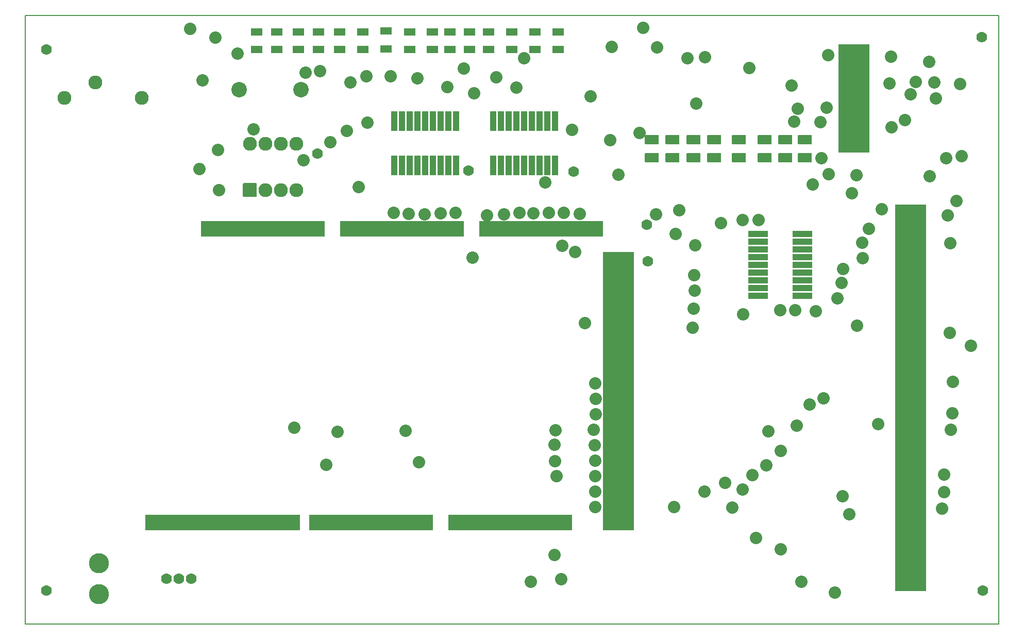
<source format=gbr>
G04 PROTEUS GERBER X2 FILE*
%TF.GenerationSoftware,Labcenter,Proteus,8.13-SP0-Build31525*%
%TF.CreationDate,2024-05-24T22:48:12+00:00*%
%TF.FileFunction,Soldermask,Top*%
%TF.FilePolarity,Negative*%
%TF.Part,Single*%
%TF.SameCoordinates,{2b1c703f-e340-49a6-ac8d-334d6c9c77ef}*%
%FSLAX45Y45*%
%MOMM*%
G01*
%TA.AperFunction,Material*%
%ADD73C,2.032000*%
%ADD30C,1.778000*%
%AMPPAD025*
4,1,36,
-1.143000,1.270000,
1.143000,1.270000,
1.168970,1.267470,
1.192980,1.260200,
1.214580,1.248650,
1.233290,1.233290,
1.248650,1.214570,
1.260200,1.192980,
1.267470,1.168970,
1.270000,1.143000,
1.270000,-1.143000,
1.267470,-1.168970,
1.260200,-1.192980,
1.248650,-1.214570,
1.233290,-1.233290,
1.214580,-1.248650,
1.192980,-1.260200,
1.168970,-1.267470,
1.143000,-1.270000,
-1.143000,-1.270000,
-1.168970,-1.267470,
-1.192980,-1.260200,
-1.214580,-1.248650,
-1.233290,-1.233290,
-1.248650,-1.214570,
-1.260200,-1.192980,
-1.267470,-1.168970,
-1.270000,-1.143000,
-1.270000,1.143000,
-1.267470,1.168970,
-1.260200,1.192980,
-1.248650,1.214570,
-1.233290,1.233290,
-1.214580,1.248650,
-1.192980,1.260200,
-1.168970,1.267470,
-1.143000,1.270000,
0*%
%TA.AperFunction,Material*%
%ADD31PPAD025*%
%TA.AperFunction,Material*%
%ADD32C,2.540000*%
%ADD33C,3.302000*%
%AMPPAD028*
4,1,36,
-1.016000,1.143000,
1.016000,1.143000,
1.041970,1.140470,
1.065980,1.133200,
1.087580,1.121650,
1.106290,1.106290,
1.121650,1.087570,
1.133200,1.065980,
1.140470,1.041970,
1.143000,1.016000,
1.143000,-1.016000,
1.140470,-1.041970,
1.133200,-1.065980,
1.121650,-1.087570,
1.106290,-1.106290,
1.087580,-1.121650,
1.065980,-1.133200,
1.041970,-1.140470,
1.016000,-1.143000,
-1.016000,-1.143000,
-1.041970,-1.140470,
-1.065980,-1.133200,
-1.087580,-1.121650,
-1.106290,-1.106290,
-1.121650,-1.087570,
-1.133200,-1.065980,
-1.140470,-1.041970,
-1.143000,-1.016000,
-1.143000,1.016000,
-1.140470,1.041970,
-1.133200,1.065980,
-1.121650,1.087570,
-1.106290,1.106290,
-1.087580,1.121650,
-1.065980,1.133200,
-1.041970,1.140470,
-1.016000,1.143000,
0*%
%TA.AperFunction,Material*%
%ADD34PPAD028*%
%ADD35C,2.286000*%
%AMPPAD030*
4,1,4,
-0.469900,1.625600,
0.469900,1.625600,
0.469900,-1.625600,
-0.469900,-1.625600,
-0.469900,1.625600,
0*%
%TA.AperFunction,Material*%
%ADD36PPAD030*%
%AMPPAD031*
4,1,4,
0.901700,0.571500,
0.901700,-0.571500,
-0.901700,-0.571500,
-0.901700,0.571500,
0.901700,0.571500,
0*%
%TA.AperFunction,Material*%
%ADD37PPAD031*%
%AMPPAD032*
4,1,4,
-1.625600,-0.469900,
-1.625600,0.469900,
1.625600,0.469900,
1.625600,-0.469900,
-1.625600,-0.469900,
0*%
%TA.AperFunction,Material*%
%ADD38PPAD032*%
%AMPPAD033*
4,1,36,
1.143000,0.635000,
1.143000,-0.635000,
1.140470,-0.660970,
1.133200,-0.684980,
1.121650,-0.706580,
1.106290,-0.725290,
1.087570,-0.740650,
1.065980,-0.752200,
1.041970,-0.759470,
1.016000,-0.762000,
-1.016000,-0.762000,
-1.041970,-0.759470,
-1.065980,-0.752200,
-1.087570,-0.740650,
-1.106290,-0.725290,
-1.121650,-0.706580,
-1.133200,-0.684980,
-1.140470,-0.660970,
-1.143000,-0.635000,
-1.143000,0.635000,
-1.140470,0.660970,
-1.133200,0.684980,
-1.121650,0.706580,
-1.106290,0.725290,
-1.087570,0.740650,
-1.065980,0.752200,
-1.041970,0.759470,
-1.016000,0.762000,
1.016000,0.762000,
1.041970,0.759470,
1.065980,0.752200,
1.087570,0.740650,
1.106290,0.725290,
1.121650,0.706580,
1.133200,0.684980,
1.140470,0.660970,
1.143000,0.635000,
0*%
%TA.AperFunction,Material*%
%ADD39PPAD033*%
%TA.AperFunction,Profile*%
%ADD25C,0.203200*%
%TD.AperFunction*%
D73*
X-1940031Y+1760529D03*
X-1700570Y+1743425D03*
X-1433478Y+1733650D03*
X-1168360Y+1750754D03*
X-922320Y+1758085D03*
X+3003184Y+482339D03*
X+2981521Y+187273D03*
X+2692400Y+1409700D03*
X+2968193Y-129926D03*
X+5867400Y+1498600D03*
X-1062724Y+3828137D03*
X+352233Y+1749233D03*
X+5763260Y+1010920D03*
X+1041400Y+1117600D03*
X+76200Y+3819055D03*
D30*
X-714659Y+2450221D03*
X+1012174Y+2431947D03*
D73*
X-5080000Y+3937000D03*
X-3427500Y+2620963D03*
X-787400Y+4127500D03*
X+3898896Y+4134990D03*
X+4592320Y+3848100D03*
X+1371600Y-3073400D03*
X+5539121Y-3191700D03*
X+1371600Y-2819400D03*
X+5429710Y-2901913D03*
X+3949700Y-2552700D03*
X+4013200Y-3583940D03*
X+3788598Y+1642534D03*
X+4652903Y+154988D03*
X+4053181Y+1642534D03*
X+4411838Y+160867D03*
X+1371600Y-2311306D03*
X+711200Y-2323783D03*
X+810000Y-4260000D03*
X+3789220Y-2789761D03*
X+1377606Y-1548604D03*
X+4888817Y-1391343D03*
X+1371600Y-2565400D03*
X+736600Y-2565400D03*
X+700000Y-3860000D03*
X+3619500Y-3086100D03*
X+1373665Y-1302215D03*
X+5118327Y-1289586D03*
X+5753100Y+1270000D03*
D30*
X+2214880Y+1562100D03*
X+2235200Y+965200D03*
D73*
X+6235700Y+3162300D03*
X-1991618Y+4002782D03*
X+2092960Y+3069498D03*
X+6072206Y+1813290D03*
X+5439833Y+839376D03*
X-3393416Y+4064024D03*
X+5343897Y+351297D03*
X+200660Y+4300220D03*
X+2882900Y+4297680D03*
X+7386515Y+2691423D03*
X-3152464Y+4089077D03*
X-4244340Y+3131820D03*
X-4832060Y+2788014D03*
X-4815597Y+2134199D03*
X-645764Y+1019421D03*
X-4511040Y+4373880D03*
X-5134996Y+2479696D03*
X-2519680Y+2184400D03*
X+5419201Y+608214D03*
X-255594Y+3988687D03*
X+1614408Y+2949192D03*
X+2747234Y+1803433D03*
X-1553697Y+3970803D03*
X+3027773Y+3556000D03*
X+3172820Y+4318012D03*
X+6852825Y+4238601D03*
X+6229585Y+4326795D03*
X+5664200Y+2379980D03*
X+6547681Y+3704839D03*
X+6633757Y+3909634D03*
X+6964105Y+3638702D03*
X+4413584Y-2152119D03*
X+4413584Y-3766820D03*
X+3498041Y-2675854D03*
X+7104260Y-2540000D03*
X+4216400Y-1828800D03*
X+7213600Y-1802359D03*
X+5198679Y+4349869D03*
X+3162300Y-2819400D03*
X+7104260Y-2832100D03*
X+1358900Y-2057400D03*
X+698500Y-2049920D03*
X-1530770Y-2336040D03*
X-3053080Y-2382520D03*
X+312420Y-4302760D03*
X+4182491Y-2392421D03*
X-2393004Y+4002716D03*
X-2655154Y+3898046D03*
X+1371301Y-1045063D03*
X-4871720Y+4635500D03*
X+7536395Y-430143D03*
X+7244080Y-1018540D03*
X+1640840Y+4483100D03*
X+2383932Y+4474477D03*
X+4695851Y+3466103D03*
X+5168893Y+3482347D03*
X+6935635Y+3901846D03*
X+7360920Y+3878580D03*
X+6860540Y+2362200D03*
X+7159092Y+1712611D03*
X+5201920Y+2390140D03*
X+1750060Y+2387279D03*
X-2374900Y+3241048D03*
X+4937760Y+2222500D03*
X+2662058Y-3073654D03*
X+7066463Y-3099749D03*
X+1346951Y-1803400D03*
X+714630Y-1814117D03*
X-1747520Y-1826260D03*
X-2866596Y-1840262D03*
X-3577550Y-1770828D03*
X-5288280Y+4777740D03*
X+2152187Y+4794848D03*
X+2997200Y+736600D03*
X+4678680Y-1737360D03*
X+4752591Y-4306803D03*
X+5306853Y-4481372D03*
X+7235077Y-1535980D03*
X+3007360Y+1224280D03*
X-407216Y+1716545D03*
X-133546Y+1733650D03*
X+121046Y+1758085D03*
X-2984500Y+2921000D03*
X-2712360Y+3101390D03*
D30*
X-3197202Y+2732424D03*
D73*
X+854829Y+1755795D03*
X+825500Y+1219200D03*
X+3435350Y+1585618D03*
X+3799887Y+92193D03*
X+7200900Y+1257300D03*
X+5583387Y+2082681D03*
X+7137400Y+2654300D03*
X+7302500Y+1955800D03*
X+7195765Y-217114D03*
X+1200542Y-56130D03*
X+4993640Y+142240D03*
X+546100Y+2260600D03*
X-625216Y+3720724D03*
X+1295400Y+3670300D03*
X+4639591Y+3254388D03*
X+5072332Y+3249685D03*
X+5087620Y+2659380D03*
X+6459925Y+3282611D03*
X+6205220Y+3883660D03*
X+2368454Y+1735158D03*
X+5670852Y-92147D03*
X+6017226Y-1709043D03*
X+990600Y+3119177D03*
X+1113100Y+1740981D03*
X+603871Y+1755795D03*
D31*
X-4978400Y+1498600D03*
X-4724400Y+1498600D03*
X-4470400Y+1498600D03*
X-4216400Y+1498600D03*
X-3962400Y+1498600D03*
X-3708400Y+1498600D03*
X-3454400Y+1498600D03*
X-3200400Y+1498600D03*
X-2692400Y+1498600D03*
X-2438400Y+1498600D03*
X-2184400Y+1498600D03*
X-1930400Y+1498600D03*
X-1676400Y+1498600D03*
X-1422400Y+1498600D03*
X-1168400Y+1498600D03*
X-914400Y+1498600D03*
X-406400Y+1498600D03*
X-152400Y+1498600D03*
X+101600Y+1498600D03*
X+355600Y+1498600D03*
X+609600Y+1498600D03*
X+863600Y+1498600D03*
X+1117600Y+1498600D03*
X+1371600Y+1498600D03*
X+1625600Y+990600D03*
X+1625600Y+736600D03*
X+1625600Y+482600D03*
X+1625600Y+228600D03*
X+1625600Y-25400D03*
X+1625600Y-279400D03*
X+1625600Y-533400D03*
X+1625600Y-787400D03*
X+1625600Y-1041400D03*
X+1625600Y-1295400D03*
X+1625600Y-1549400D03*
X+1625600Y-1803400D03*
X+1625600Y-2057400D03*
X+1625600Y-2311400D03*
X+1625600Y-2565400D03*
X+1625600Y-2819400D03*
X+1625600Y-3073400D03*
X+1625600Y-3327400D03*
X+1879600Y+990600D03*
X+1879600Y+736600D03*
X+1879600Y+482600D03*
X+1879600Y+228600D03*
X+1879600Y-25400D03*
X+1879600Y-279400D03*
X+1879600Y-533400D03*
X+1879600Y-787400D03*
X+1879600Y-1041400D03*
X+1879600Y-1295400D03*
X+1879600Y-1549400D03*
X+1879600Y-1803400D03*
X+1879600Y-2057400D03*
X+1879600Y-2311400D03*
X+1879600Y-2565400D03*
X+1879600Y-2819400D03*
X+1879600Y-3073400D03*
X+1879600Y-3327400D03*
X+863600Y-3327400D03*
X+609600Y-3327400D03*
X+355600Y-3327400D03*
X+101600Y-3327400D03*
X-152400Y-3327400D03*
X-406400Y-3327400D03*
X-660400Y-3327400D03*
X-914400Y-3327400D03*
X-1422400Y-3327400D03*
X-1676400Y-3327400D03*
X-1930400Y-3327400D03*
X-2184400Y-3327400D03*
X-2438400Y-3327400D03*
X-2692400Y-3327400D03*
X-2946400Y-3327400D03*
X-3200400Y-3327400D03*
X-3606800Y-3327400D03*
X-3860800Y-3327400D03*
X-4114800Y-3327400D03*
X-4368800Y-3327400D03*
X-4622800Y-3327400D03*
X-4876800Y-3327400D03*
X-5130800Y-3327400D03*
X-5384800Y-3327400D03*
X-5638800Y-3327400D03*
X-5892800Y-3327400D03*
D32*
X-4483100Y+3784600D03*
X-3467100Y+3784600D03*
D31*
X+5488940Y+4396740D03*
X+5742940Y+4396740D03*
X+5488940Y+4142740D03*
X+5742940Y+4142740D03*
X+5488940Y+3888740D03*
X+5742940Y+3888740D03*
X+5488940Y+3634740D03*
X+5742940Y+3634740D03*
X+5488940Y+3380740D03*
X+5742940Y+3380740D03*
X+5488940Y+3126740D03*
X+5742940Y+3126740D03*
X+5488940Y+2872740D03*
X+5742940Y+2872740D03*
D33*
X-6781800Y-4000500D03*
X-6781800Y-4508500D03*
D34*
X-4305300Y+2133600D03*
D35*
X-4051300Y+2133600D03*
X-3797300Y+2133600D03*
X-3543300Y+2133600D03*
X-3543300Y+2895600D03*
X-3797300Y+2895600D03*
X-4051300Y+2895600D03*
X-4305300Y+2895600D03*
D31*
X+6421120Y-4330700D03*
X+6675120Y-4330700D03*
X+6421120Y-4076700D03*
X+6675120Y-4076700D03*
X+6421120Y-3822700D03*
X+6675120Y-3822700D03*
X+6421120Y-3568700D03*
X+6675120Y-3568700D03*
X+6421120Y-3314700D03*
X+6675120Y-3314700D03*
X+6421120Y-3060700D03*
X+6675120Y-3060700D03*
X+6421120Y-2806700D03*
X+6675120Y-2806700D03*
X+6421120Y-2552700D03*
X+6675120Y-2552700D03*
X+6421120Y-2298700D03*
X+6675120Y-2298700D03*
X+6421120Y-2044700D03*
X+6675120Y-2044700D03*
X+6421120Y-1790700D03*
X+6675120Y-1790700D03*
X+6421120Y-1536700D03*
X+6675120Y-1536700D03*
X+6421120Y-1282700D03*
X+6675120Y-1282700D03*
X+6421120Y-1028700D03*
X+6675120Y-1028700D03*
X+6421120Y-774700D03*
X+6675120Y-774700D03*
X+6421120Y-520700D03*
X+6675120Y-520700D03*
X+6421120Y-266700D03*
X+6675120Y-266700D03*
X+6421120Y-12700D03*
X+6675120Y-12700D03*
X+6421120Y+241300D03*
X+6675120Y+241300D03*
X+6421120Y+495300D03*
X+6675120Y+495300D03*
X+6421120Y+749300D03*
X+6675120Y+749300D03*
X+6421120Y+1003300D03*
X+6675120Y+1003300D03*
X+6421120Y+1257300D03*
X+6675120Y+1257300D03*
X+6421120Y+1511300D03*
X+6675120Y+1511300D03*
X+6421120Y+1765300D03*
X+6675120Y+1765300D03*
D30*
X-5673700Y-4254500D03*
X-5473700Y-4254500D03*
X-5273700Y-4254500D03*
X-7645400Y-4445000D03*
X-7645400Y+4445000D03*
X+7721600Y+4648200D03*
X+7734300Y-4445000D03*
D35*
X-6083300Y+3644900D03*
X-7353300Y+3644900D03*
X-6845300Y+3898900D03*
D36*
X-1930400Y+2540748D03*
X-1803400Y+2540748D03*
X-1676400Y+2540748D03*
X-1549400Y+2540748D03*
X-1422400Y+2540748D03*
X-1295400Y+2540748D03*
X-1168400Y+2540748D03*
X-1041400Y+2540748D03*
X-914400Y+2540748D03*
X-914400Y+3264648D03*
X-1041400Y+3264648D03*
X-1168400Y+3264648D03*
X-1295400Y+3264648D03*
X-1422400Y+3264648D03*
X-1549400Y+3264648D03*
X-1676400Y+3264648D03*
X-1803400Y+3264648D03*
X-1930400Y+3264648D03*
D37*
X-4191000Y+4731813D03*
X-4191000Y+4441813D03*
X-3860800Y+4731813D03*
X-3860800Y+4441813D03*
X-3505200Y+4731813D03*
X-3505200Y+4441813D03*
X-3175000Y+4731813D03*
X-3175000Y+4441813D03*
X-2832100Y+4731813D03*
X-2832100Y+4441813D03*
X-2451100Y+4731813D03*
X-2451100Y+4441813D03*
X-2070100Y+4744513D03*
X-2070100Y+4454513D03*
X-1676400Y+4731813D03*
X-1676400Y+4441813D03*
D36*
X-304800Y+2540748D03*
X-177800Y+2540748D03*
X-50800Y+2540748D03*
X+76200Y+2540748D03*
X+203200Y+2540748D03*
X+330200Y+2540748D03*
X+457200Y+2540748D03*
X+584200Y+2540748D03*
X+711200Y+2540748D03*
X+711200Y+3264648D03*
X+584200Y+3264648D03*
X+457200Y+3264648D03*
X+330200Y+3264648D03*
X+203200Y+3264648D03*
X+76200Y+3264648D03*
X-50800Y+3264648D03*
X-177800Y+3264648D03*
X-304800Y+3264648D03*
D37*
X-1308100Y+4731813D03*
X-1308100Y+4441813D03*
X-1016000Y+4731813D03*
X-1016000Y+4441813D03*
X-698500Y+4731813D03*
X-698500Y+4441813D03*
X-381000Y+4731813D03*
X-381000Y+4441813D03*
X+0Y+4731813D03*
X+0Y+4441813D03*
X+381000Y+4731813D03*
X+381000Y+4441813D03*
X+762000Y+4731813D03*
X+762000Y+4441813D03*
D38*
X+4044950Y+1409700D03*
X+4044950Y+1282700D03*
X+4044950Y+1155700D03*
X+4044950Y+1028700D03*
X+4044950Y+901700D03*
X+4044950Y+774700D03*
X+4044950Y+647700D03*
X+4044950Y+520700D03*
X+4044950Y+393700D03*
X+4768850Y+393700D03*
X+4768850Y+520700D03*
X+4768850Y+647700D03*
X+4768850Y+774700D03*
X+4768850Y+901700D03*
X+4768850Y+1028700D03*
X+4768850Y+1155700D03*
X+4768850Y+1282700D03*
X+4768850Y+1409700D03*
D39*
X+4813300Y+2957000D03*
X+4813300Y+2667000D03*
X+4495800Y+2957000D03*
X+4495800Y+2667000D03*
X+4152900Y+2957000D03*
X+4152900Y+2667000D03*
X+3733800Y+2957000D03*
X+3733800Y+2667000D03*
X+3327400Y+2957000D03*
X+3327400Y+2667000D03*
X+2984500Y+2957000D03*
X+2984500Y+2667000D03*
X+2641600Y+2957000D03*
X+2641600Y+2667000D03*
X+2298700Y+2957000D03*
X+2298700Y+2667000D03*
D25*
X-8000000Y-5000000D02*
X+8000000Y-5000000D01*
X+8000000Y+5000000D01*
X-8000000Y+5000000D01*
X-8000000Y-5000000D01*
M02*

</source>
